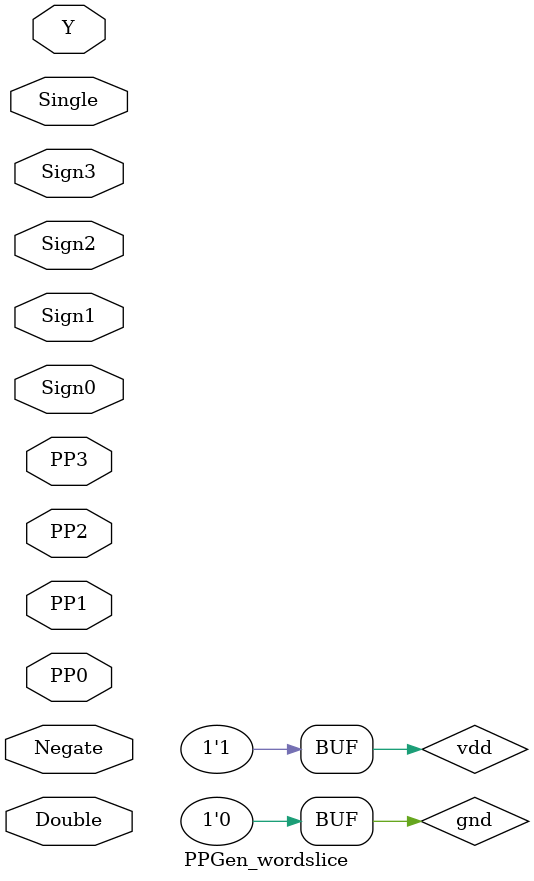
<source format=v>
/* Verilog for cell 'PPGen_wordslice{sch}' from library 'mips8_lct' */
/* Created on lun. nov. 04, 2013 20:40:31 */
/* Last revised on lun. nov. 04, 2013 20:55:55 */
/* Written on mar. nov. 05, 2013 14:10:05 by Electric VLSI Design System, version 8.06 */

module muddlib07__and2_1x(a, b, y);
  input a;
  input b;
  output y;

  supply1 vdd;
  supply0 gnd;
  wire net_1, net_2;

  tranif1 nmos_0(net_1, net_2, b);
  tranif1 nmos_1(gnd, net_1, a);
  tranif1 nmos_2(gnd, y, net_2);
  tranif0 pmos_0(net_2, vdd, b);
  tranif0 pmos_1(net_2, vdd, a);
  tranif0 pmos_2(y, vdd, net_2);
endmodule   /* muddlib07__and2_1x */

module muddlib07__xor2_1x(a, b, y);
  input a;
  input b;
  output y;

  supply1 vdd;
  supply0 gnd;
  wire ab, bb, net_3, net_4, net_7, net_8;

  tranif1 nmos_0(gnd, net_3, a);
  tranif1 nmos_1(gnd, net_4, ab);
  tranif1 nmos_2(net_3, y, b);
  tranif1 nmos_3(net_4, y, bb);
  tranif1 nmos_4(gnd, bb, b);
  tranif1 nmos_5(gnd, ab, a);
  tranif0 pmos_0(y, net_7, b);
  tranif0 pmos_1(net_7, vdd, ab);
  tranif0 pmos_2(y, net_8, bb);
  tranif0 pmos_3(net_8, vdd, a);
  tranif0 pmos_4(bb, vdd, b);
  tranif0 pmos_5(ab, vdd, a);
endmodule   /* muddlib07__xor2_1x */

module mips8_lct__HalfAdder(A, Cin, Cout, Sum);
  input A;
  input Cin;
  output Cout;
  output Sum;

  supply1 vdd;
  supply0 gnd;
  muddlib07__and2_1x and2_1x_0(.a(A), .b(Cin), .y(Cout));
  muddlib07__xor2_1x xor2_1x_0(.a(A), .b(Cin), .y(Sum));
endmodule   /* mips8_lct__HalfAdder */

module muddlib07__inv_1x(a, y);
  input a;
  output y;

  supply1 vdd;
  supply0 gnd;
  tranif1 nmos_0(gnd, y, a);
  tranif0 pmos_0(y, vdd, a);
endmodule   /* muddlib07__inv_1x */

module muddlib07__nand2_1x(a, b, y);
  input a;
  input b;
  output y;

  supply1 vdd;
  supply0 gnd;
  wire net_5;

  tranif1 nmos_0(net_5, y, b);
  tranif1 nmos_1(gnd, net_5, a);
  tranif0 pmos_0(y, vdd, b);
  tranif0 pmos_1(y, vdd, a);
endmodule   /* muddlib07__nand2_1x */

module muddlib07__nor2_1x(a, b, y);
  input a;
  input b;
  output y;

  supply1 vdd;
  supply0 gnd;
  wire net_9;

  tranif1 nmos_0(gnd, y, a);
  tranif1 nmos_1(gnd, y, b);
  tranif0 pmos_0(y, net_9, b);
  tranif0 pmos_1(net_9, vdd, a);
endmodule   /* muddlib07__nor2_1x */

module mips8_lct__NAND8_reducer(inY, reduced_AND);
  output [7:0] inY;
  output reduced_AND;

  supply1 vdd;
  supply0 gnd;
  wire net_0, net_10, net_14, net_2, net_4, net_6, net_8;

  muddlib07__inv_1x inv_1x_0(.a(inY[7]), .y(net_14));
  muddlib07__nand2_1x nand2_1x_0(.a(net_0), .b(net_2), .y(net_8));
  muddlib07__nand2_1x nand2_1x_1(.a(net_4), .b(net_6), .y(net_10));
  muddlib07__nor2_1x nor2_1x_0(.a(net_14), .b(inY[6]), .y(net_0));
  muddlib07__nor2_1x nor2_1x_1(.a(inY[5]), .b(inY[4]), .y(net_2));
  muddlib07__nor2_1x nor2_1x_2(.a(inY[3]), .b(inY[2]), .y(net_4));
  muddlib07__nor2_1x nor2_1x_3(.a(inY[1]), .b(inY[0]), .y(net_6));
  muddlib07__nor2_1x nor2_1x_8(.a(net_8), .b(net_10), .y(reduced_AND));
endmodule   /* mips8_lct__NAND8_reducer */

module mips8_lct__PPGen_1bit(Double, Negate, Single, Yi, Yi_m1, PPi);
  input Double;
  input Negate;
  input Single;
  input Yi;
  input Yi_m1;
  output PPi;

  supply1 vdd;
  supply0 gnd;
  wire net_0, net_2, net_4;

  muddlib07__nand2_1x nand2_1x_0(.a(Single), .b(Yi), .y(net_0));
  muddlib07__nand2_1x nand2_1x_1(.a(net_0), .b(net_2), .y(net_4));
  muddlib07__nand2_1x nand2_1x_2(.a(Double), .b(Yi_m1), .y(net_2));
  muddlib07__xor2_1x xor2_1x_0(.a(net_4), .b(Negate), .y(PPi));
endmodule   /* mips8_lct__PPGen_1bit */

module muddlib07__nand3_1x(a, b, c, y);
  input a;
  input b;
  input c;
  output y;

  supply1 vdd;
  supply0 gnd;
  wire net_15, net_4;

  tranif1 nmos_0(net_15, net_4, b);
  tranif1 nmos_1(net_4, y, c);
  tranif1 nmos_2(gnd, net_15, a);
  tranif0 pmos_0(y, vdd, c);
  tranif0 pmos_1(y, vdd, b);
  tranif0 pmos_2(y, vdd, a);
endmodule   /* muddlib07__nand3_1x */

module mips8_lct__PPGen_9bits(Double, Negate, Single, Y, PP, Sign);
  input Double;
  input Negate;
  input Single;
  input [7:0] Y;
  output [8:0] PP;
  output Sign;

  supply1 vdd;
  supply0 gnd;
  wire HalfAdde_8_Cout, net_111, net_113, net_168, net_177, net_51, net_52;
  wire net_53, net_54, net_55, net_56, net_57, net_58, net_59, net_64, net_69;
  wire net_74, net_79, net_84, net_92;

  mips8_lct__HalfAdder HalfAdde_0(.A(net_58), .Cin(net_59), .Cout(net_113), 
      .Sum(PP[7]));
  mips8_lct__HalfAdder HalfAdde_1(.A(net_57), .Cin(net_64), .Cout(net_59), 
      .Sum(PP[6]));
  mips8_lct__HalfAdder HalfAdde_2(.A(net_56), .Cin(net_69), .Cout(net_64), 
      .Sum(PP[5]));
  mips8_lct__HalfAdder HalfAdde_3(.A(net_55), .Cin(net_74), .Cout(net_69), 
      .Sum(PP[4]));
  mips8_lct__HalfAdder HalfAdde_4(.A(net_54), .Cin(net_79), .Cout(net_74), 
      .Sum(PP[3]));
  mips8_lct__HalfAdder HalfAdde_5(.A(net_53), .Cin(net_84), .Cout(net_79), 
      .Sum(PP[2]));
  mips8_lct__HalfAdder HalfAdde_6(.A(net_52), .Cin(net_92), .Cout(net_84), 
      .Sum(PP[1]));
  mips8_lct__HalfAdder HalfAdde_7(.A(net_51), .Cin(Negate), .Cout(net_92), 
      .Sum(PP[0]));
  mips8_lct__HalfAdder HalfAdde_8(.A(net_111), .Cin(net_113), 
      .Cout(HalfAdde_8_Cout), .Sum(PP[8]));
  mips8_lct__NAND8_reducer NAND8_re_0(.inY(Y[7:0]), .reduced_AND(net_177));
  mips8_lct__PPGen_1bit PPGen_1b_0(.Double(Double), .Negate(Negate), 
      .Single(Single), .Yi(Y[7]), .Yi_m1(Y[6]), .PPi(net_58));
  mips8_lct__PPGen_1bit PPGen_1b_1(.Double(Double), .Negate(Negate), 
      .Single(Single), .Yi(Y[6]), .Yi_m1(Y[5]), .PPi(net_57));
  mips8_lct__PPGen_1bit PPGen_1b_2(.Double(Double), .Negate(Negate), 
      .Single(Single), .Yi(Y[5]), .Yi_m1(Y[4]), .PPi(net_56));
  mips8_lct__PPGen_1bit PPGen_1b_3(.Double(Double), .Negate(Negate), 
      .Single(Single), .Yi(Y[4]), .Yi_m1(Y[3]), .PPi(net_55));
  mips8_lct__PPGen_1bit PPGen_1b_4(.Double(Double), .Negate(Negate), 
      .Single(Single), .Yi(Y[3]), .Yi_m1(Y[2]), .PPi(net_54));
  mips8_lct__PPGen_1bit PPGen_1b_5(.Double(Double), .Negate(Negate), 
      .Single(Single), .Yi(Y[2]), .Yi_m1(Y[1]), .PPi(net_53));
  mips8_lct__PPGen_1bit PPGen_1b_6(.Double(Double), .Negate(Negate), 
      .Single(Single), .Yi(Y[1]), .Yi_m1(Y[0]), .PPi(net_52));
  mips8_lct__PPGen_1bit PPGen_1b_7(.Double(Double), .Negate(Negate), 
      .Single(Single), .Yi(Y[0]), .Yi_m1(gnd), .PPi(net_51));
  mips8_lct__PPGen_1bit PPGen_1b_8(.Double(Double), .Negate(Negate), 
      .Single(Single), .Yi(Y[7]), .Yi_m1(Y[7]), .PPi(net_111));
  muddlib07__and2_1x and2_1x_0(.a(net_168), .b(PP[8]), .y(Sign));
  muddlib07__nand3_1x nand3_1x_0(.a(net_177), .b(Negate), .c(Double), 
      .y(net_168));
endmodule   /* mips8_lct__PPGen_9bits */

module PPGen_wordslice(Double, Negate, PP0, PP1, PP2, PP3, Sign0, Sign1, Sign2, 
      Sign3, Single, Y);
  input [3:0] Double;
  input [3:0] Negate;
  input [8:0] PP0;
  input [8:0] PP1;
  input [8:0] PP2;
  input [8:0] PP3;
  input Sign0;
  input Sign1;
  input Sign2;
  input Sign3;
  input [3:0] Single;
  input [7:0] Y;

  supply1 vdd;
  supply0 gnd;
  mips8_lct__PPGen_9bits PPGen_9b_0(.Double(Double[3]), .Negate(Negate[3]), 
      .Single(Single[3]), .Y(Y[7:0]), .PP(PP3[8:0]), .Sign(Sign3));
  mips8_lct__PPGen_9bits PPGen_9b_1(.Double(Double[2]), .Negate(Negate[2]), 
      .Single(Single[2]), .Y(Y[7:0]), .PP(PP2[8:0]), .Sign(Sign2));
  mips8_lct__PPGen_9bits PPGen_9b_2(.Double(Double[1]), .Negate(Negate[1]), 
      .Single(Single[1]), .Y(Y[7:0]), .PP(PP1[8:0]), .Sign(Sign1));
  mips8_lct__PPGen_9bits PPGen_9b_3(.Double(Double[0]), .Negate(Negate[0]), 
      .Single(Single[0]), .Y(Y[7:0]), .PP(PP0[8:0]), .Sign(Sign0));
endmodule   /* PPGen_wordslice */

</source>
